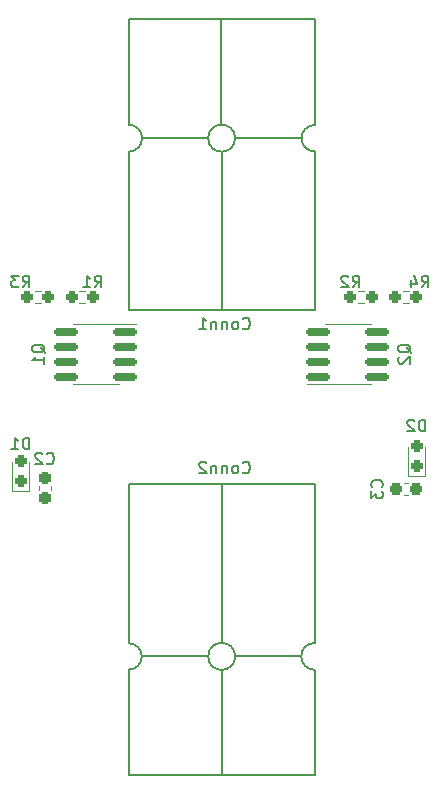
<source format=gbo>
G04 #@! TF.GenerationSoftware,KiCad,Pcbnew,(6.0.7)*
G04 #@! TF.CreationDate,2023-03-21T01:22:40-05:00*
G04 #@! TF.ProjectId,RoveSoMoCo,526f7665-536f-44d6-9f43-6f2e6b696361,rev?*
G04 #@! TF.SameCoordinates,Original*
G04 #@! TF.FileFunction,Legend,Bot*
G04 #@! TF.FilePolarity,Positive*
%FSLAX46Y46*%
G04 Gerber Fmt 4.6, Leading zero omitted, Abs format (unit mm)*
G04 Created by KiCad (PCBNEW (6.0.7)) date 2023-03-21 01:22:40*
%MOMM*%
%LPD*%
G01*
G04 APERTURE LIST*
G04 Aperture macros list*
%AMRoundRect*
0 Rectangle with rounded corners*
0 $1 Rounding radius*
0 $2 $3 $4 $5 $6 $7 $8 $9 X,Y pos of 4 corners*
0 Add a 4 corners polygon primitive as box body*
4,1,4,$2,$3,$4,$5,$6,$7,$8,$9,$2,$3,0*
0 Add four circle primitives for the rounded corners*
1,1,$1+$1,$2,$3*
1,1,$1+$1,$4,$5*
1,1,$1+$1,$6,$7*
1,1,$1+$1,$8,$9*
0 Add four rect primitives between the rounded corners*
20,1,$1+$1,$2,$3,$4,$5,0*
20,1,$1+$1,$4,$5,$6,$7,0*
20,1,$1+$1,$6,$7,$8,$9,0*
20,1,$1+$1,$8,$9,$2,$3,0*%
G04 Aperture macros list end*
%ADD10C,0.150000*%
%ADD11C,0.120000*%
%ADD12C,2.946400*%
%ADD13C,1.524000*%
%ADD14R,1.600000X1.600000*%
%ADD15C,1.600000*%
%ADD16RoundRect,0.237500X0.250000X0.237500X-0.250000X0.237500X-0.250000X-0.237500X0.250000X-0.237500X0*%
%ADD17RoundRect,0.237500X0.300000X0.237500X-0.300000X0.237500X-0.300000X-0.237500X0.300000X-0.237500X0*%
%ADD18RoundRect,0.237500X0.237500X-0.300000X0.237500X0.300000X-0.237500X0.300000X-0.237500X-0.300000X0*%
%ADD19RoundRect,0.150000X0.825000X0.150000X-0.825000X0.150000X-0.825000X-0.150000X0.825000X-0.150000X0*%
%ADD20RoundRect,0.237500X0.237500X-0.287500X0.237500X0.287500X-0.237500X0.287500X-0.237500X-0.287500X0*%
%ADD21O,5.100000X3.000000*%
%ADD22RoundRect,0.150000X-0.825000X-0.150000X0.825000X-0.150000X0.825000X0.150000X-0.825000X0.150000X0*%
G04 APERTURE END LIST*
D10*
X111164666Y-51760380D02*
X111498000Y-51284190D01*
X111736095Y-51760380D02*
X111736095Y-50760380D01*
X111355142Y-50760380D01*
X111259904Y-50808000D01*
X111212285Y-50855619D01*
X111164666Y-50950857D01*
X111164666Y-51093714D01*
X111212285Y-51188952D01*
X111259904Y-51236571D01*
X111355142Y-51284190D01*
X111736095Y-51284190D01*
X110307523Y-51093714D02*
X110307523Y-51760380D01*
X110545619Y-50712761D02*
X110783714Y-51427047D01*
X110164666Y-51427047D01*
X77382666Y-51760380D02*
X77716000Y-51284190D01*
X77954095Y-51760380D02*
X77954095Y-50760380D01*
X77573142Y-50760380D01*
X77477904Y-50808000D01*
X77430285Y-50855619D01*
X77382666Y-50950857D01*
X77382666Y-51093714D01*
X77430285Y-51188952D01*
X77477904Y-51236571D01*
X77573142Y-51284190D01*
X77954095Y-51284190D01*
X77049333Y-50760380D02*
X76430285Y-50760380D01*
X76763619Y-51141333D01*
X76620761Y-51141333D01*
X76525523Y-51188952D01*
X76477904Y-51236571D01*
X76430285Y-51331809D01*
X76430285Y-51569904D01*
X76477904Y-51665142D01*
X76525523Y-51712761D01*
X76620761Y-51760380D01*
X76906476Y-51760380D01*
X77001714Y-51712761D01*
X77049333Y-51665142D01*
X107799142Y-68667333D02*
X107846761Y-68619714D01*
X107894380Y-68476857D01*
X107894380Y-68381619D01*
X107846761Y-68238761D01*
X107751523Y-68143523D01*
X107656285Y-68095904D01*
X107465809Y-68048285D01*
X107322952Y-68048285D01*
X107132476Y-68095904D01*
X107037238Y-68143523D01*
X106942000Y-68238761D01*
X106894380Y-68381619D01*
X106894380Y-68476857D01*
X106942000Y-68619714D01*
X106989619Y-68667333D01*
X106894380Y-69000666D02*
X106894380Y-69619714D01*
X107275333Y-69286380D01*
X107275333Y-69429238D01*
X107322952Y-69524476D01*
X107370571Y-69572095D01*
X107465809Y-69619714D01*
X107703904Y-69619714D01*
X107799142Y-69572095D01*
X107846761Y-69524476D01*
X107894380Y-69429238D01*
X107894380Y-69143523D01*
X107846761Y-69048285D01*
X107799142Y-69000666D01*
X79414666Y-66651142D02*
X79462285Y-66698761D01*
X79605142Y-66746380D01*
X79700380Y-66746380D01*
X79843238Y-66698761D01*
X79938476Y-66603523D01*
X79986095Y-66508285D01*
X80033714Y-66317809D01*
X80033714Y-66174952D01*
X79986095Y-65984476D01*
X79938476Y-65889238D01*
X79843238Y-65794000D01*
X79700380Y-65746380D01*
X79605142Y-65746380D01*
X79462285Y-65794000D01*
X79414666Y-65841619D01*
X79033714Y-65841619D02*
X78986095Y-65794000D01*
X78890857Y-65746380D01*
X78652761Y-65746380D01*
X78557523Y-65794000D01*
X78509904Y-65841619D01*
X78462285Y-65936857D01*
X78462285Y-66032095D01*
X78509904Y-66174952D01*
X79081333Y-66746380D01*
X78462285Y-66746380D01*
X105322666Y-51760380D02*
X105656000Y-51284190D01*
X105894095Y-51760380D02*
X105894095Y-50760380D01*
X105513142Y-50760380D01*
X105417904Y-50808000D01*
X105370285Y-50855619D01*
X105322666Y-50950857D01*
X105322666Y-51093714D01*
X105370285Y-51188952D01*
X105417904Y-51236571D01*
X105513142Y-51284190D01*
X105894095Y-51284190D01*
X104941714Y-50855619D02*
X104894095Y-50808000D01*
X104798857Y-50760380D01*
X104560761Y-50760380D01*
X104465523Y-50808000D01*
X104417904Y-50855619D01*
X104370285Y-50950857D01*
X104370285Y-51046095D01*
X104417904Y-51188952D01*
X104989333Y-51760380D01*
X104370285Y-51760380D01*
X79287619Y-57308761D02*
X79240000Y-57213523D01*
X79144761Y-57118285D01*
X79001904Y-56975428D01*
X78954285Y-56880190D01*
X78954285Y-56784952D01*
X79192380Y-56832571D02*
X79144761Y-56737333D01*
X79049523Y-56642095D01*
X78859047Y-56594476D01*
X78525714Y-56594476D01*
X78335238Y-56642095D01*
X78240000Y-56737333D01*
X78192380Y-56832571D01*
X78192380Y-57023047D01*
X78240000Y-57118285D01*
X78335238Y-57213523D01*
X78525714Y-57261142D01*
X78859047Y-57261142D01*
X79049523Y-57213523D01*
X79144761Y-57118285D01*
X79192380Y-57023047D01*
X79192380Y-56832571D01*
X79192380Y-58213523D02*
X79192380Y-57642095D01*
X79192380Y-57927809D02*
X78192380Y-57927809D01*
X78335238Y-57832571D01*
X78430476Y-57737333D01*
X78478095Y-57642095D01*
X83478666Y-51760380D02*
X83812000Y-51284190D01*
X84050095Y-51760380D02*
X84050095Y-50760380D01*
X83669142Y-50760380D01*
X83573904Y-50808000D01*
X83526285Y-50855619D01*
X83478666Y-50950857D01*
X83478666Y-51093714D01*
X83526285Y-51188952D01*
X83573904Y-51236571D01*
X83669142Y-51284190D01*
X84050095Y-51284190D01*
X82526285Y-51760380D02*
X83097714Y-51760380D01*
X82812000Y-51760380D02*
X82812000Y-50760380D01*
X82907238Y-50903238D01*
X83002476Y-50998476D01*
X83097714Y-51046095D01*
X111482095Y-63952380D02*
X111482095Y-62952380D01*
X111244000Y-62952380D01*
X111101142Y-63000000D01*
X111005904Y-63095238D01*
X110958285Y-63190476D01*
X110910666Y-63380952D01*
X110910666Y-63523809D01*
X110958285Y-63714285D01*
X111005904Y-63809523D01*
X111101142Y-63904761D01*
X111244000Y-63952380D01*
X111482095Y-63952380D01*
X110529714Y-63047619D02*
X110482095Y-63000000D01*
X110386857Y-62952380D01*
X110148761Y-62952380D01*
X110053523Y-63000000D01*
X110005904Y-63047619D01*
X109958285Y-63142857D01*
X109958285Y-63238095D01*
X110005904Y-63380952D01*
X110577333Y-63952380D01*
X109958285Y-63952380D01*
X96011809Y-67413142D02*
X96059428Y-67460761D01*
X96202285Y-67508380D01*
X96297523Y-67508380D01*
X96440380Y-67460761D01*
X96535619Y-67365523D01*
X96583238Y-67270285D01*
X96630857Y-67079809D01*
X96630857Y-66936952D01*
X96583238Y-66746476D01*
X96535619Y-66651238D01*
X96440380Y-66556000D01*
X96297523Y-66508380D01*
X96202285Y-66508380D01*
X96059428Y-66556000D01*
X96011809Y-66603619D01*
X95440380Y-67508380D02*
X95535619Y-67460761D01*
X95583238Y-67413142D01*
X95630857Y-67317904D01*
X95630857Y-67032190D01*
X95583238Y-66936952D01*
X95535619Y-66889333D01*
X95440380Y-66841714D01*
X95297523Y-66841714D01*
X95202285Y-66889333D01*
X95154666Y-66936952D01*
X95107047Y-67032190D01*
X95107047Y-67317904D01*
X95154666Y-67413142D01*
X95202285Y-67460761D01*
X95297523Y-67508380D01*
X95440380Y-67508380D01*
X94678476Y-66841714D02*
X94678476Y-67508380D01*
X94678476Y-66936952D02*
X94630857Y-66889333D01*
X94535619Y-66841714D01*
X94392761Y-66841714D01*
X94297523Y-66889333D01*
X94249904Y-66984571D01*
X94249904Y-67508380D01*
X93773714Y-66841714D02*
X93773714Y-67508380D01*
X93773714Y-66936952D02*
X93726095Y-66889333D01*
X93630857Y-66841714D01*
X93488000Y-66841714D01*
X93392761Y-66889333D01*
X93345142Y-66984571D01*
X93345142Y-67508380D01*
X92916571Y-66603619D02*
X92868952Y-66556000D01*
X92773714Y-66508380D01*
X92535619Y-66508380D01*
X92440380Y-66556000D01*
X92392761Y-66603619D01*
X92345142Y-66698857D01*
X92345142Y-66794095D01*
X92392761Y-66936952D01*
X92964190Y-67508380D01*
X92345142Y-67508380D01*
X110275619Y-57308761D02*
X110228000Y-57213523D01*
X110132761Y-57118285D01*
X109989904Y-56975428D01*
X109942285Y-56880190D01*
X109942285Y-56784952D01*
X110180380Y-56832571D02*
X110132761Y-56737333D01*
X110037523Y-56642095D01*
X109847047Y-56594476D01*
X109513714Y-56594476D01*
X109323238Y-56642095D01*
X109228000Y-56737333D01*
X109180380Y-56832571D01*
X109180380Y-57023047D01*
X109228000Y-57118285D01*
X109323238Y-57213523D01*
X109513714Y-57261142D01*
X109847047Y-57261142D01*
X110037523Y-57213523D01*
X110132761Y-57118285D01*
X110180380Y-57023047D01*
X110180380Y-56832571D01*
X109275619Y-57642095D02*
X109228000Y-57689714D01*
X109180380Y-57784952D01*
X109180380Y-58023047D01*
X109228000Y-58118285D01*
X109275619Y-58165904D01*
X109370857Y-58213523D01*
X109466095Y-58213523D01*
X109608952Y-58165904D01*
X110180380Y-57594476D01*
X110180380Y-58213523D01*
X77954095Y-65476380D02*
X77954095Y-64476380D01*
X77716000Y-64476380D01*
X77573142Y-64524000D01*
X77477904Y-64619238D01*
X77430285Y-64714476D01*
X77382666Y-64904952D01*
X77382666Y-65047809D01*
X77430285Y-65238285D01*
X77477904Y-65333523D01*
X77573142Y-65428761D01*
X77716000Y-65476380D01*
X77954095Y-65476380D01*
X76430285Y-65476380D02*
X77001714Y-65476380D01*
X76716000Y-65476380D02*
X76716000Y-64476380D01*
X76811238Y-64619238D01*
X76906476Y-64714476D01*
X77001714Y-64762095D01*
X96011809Y-55221142D02*
X96059428Y-55268761D01*
X96202285Y-55316380D01*
X96297523Y-55316380D01*
X96440380Y-55268761D01*
X96535619Y-55173523D01*
X96583238Y-55078285D01*
X96630857Y-54887809D01*
X96630857Y-54744952D01*
X96583238Y-54554476D01*
X96535619Y-54459238D01*
X96440380Y-54364000D01*
X96297523Y-54316380D01*
X96202285Y-54316380D01*
X96059428Y-54364000D01*
X96011809Y-54411619D01*
X95440380Y-55316380D02*
X95535619Y-55268761D01*
X95583238Y-55221142D01*
X95630857Y-55125904D01*
X95630857Y-54840190D01*
X95583238Y-54744952D01*
X95535619Y-54697333D01*
X95440380Y-54649714D01*
X95297523Y-54649714D01*
X95202285Y-54697333D01*
X95154666Y-54744952D01*
X95107047Y-54840190D01*
X95107047Y-55125904D01*
X95154666Y-55221142D01*
X95202285Y-55268761D01*
X95297523Y-55316380D01*
X95440380Y-55316380D01*
X94678476Y-54649714D02*
X94678476Y-55316380D01*
X94678476Y-54744952D02*
X94630857Y-54697333D01*
X94535619Y-54649714D01*
X94392761Y-54649714D01*
X94297523Y-54697333D01*
X94249904Y-54792571D01*
X94249904Y-55316380D01*
X93773714Y-54649714D02*
X93773714Y-55316380D01*
X93773714Y-54744952D02*
X93726095Y-54697333D01*
X93630857Y-54649714D01*
X93488000Y-54649714D01*
X93392761Y-54697333D01*
X93345142Y-54792571D01*
X93345142Y-55316380D01*
X92345142Y-55316380D02*
X92916571Y-55316380D01*
X92630857Y-55316380D02*
X92630857Y-54316380D01*
X92726095Y-54459238D01*
X92821333Y-54554476D01*
X92916571Y-54602095D01*
D11*
X110063724Y-52055500D02*
X109554276Y-52055500D01*
X110063724Y-53100500D02*
X109554276Y-53100500D01*
X78908974Y-53100500D02*
X78399526Y-53100500D01*
X78908974Y-52055500D02*
X78399526Y-52055500D01*
X110001267Y-68324000D02*
X109708733Y-68324000D01*
X110001267Y-69344000D02*
X109708733Y-69344000D01*
X78738000Y-68879767D02*
X78738000Y-68587233D01*
X79758000Y-68879767D02*
X79758000Y-68587233D01*
X106276224Y-53100500D02*
X105766776Y-53100500D01*
X106276224Y-52055500D02*
X105766776Y-52055500D01*
X83566000Y-54844000D02*
X87016000Y-54844000D01*
X83566000Y-59964000D02*
X85516000Y-59964000D01*
X83566000Y-59964000D02*
X81616000Y-59964000D01*
X83566000Y-54844000D02*
X81616000Y-54844000D01*
X82696474Y-52055500D02*
X82187026Y-52055500D01*
X82696474Y-53100500D02*
X82187026Y-53100500D01*
X111479000Y-67700000D02*
X110009000Y-67700000D01*
X111479000Y-65240000D02*
X111479000Y-67700000D01*
X110009000Y-67700000D02*
X110009000Y-65240000D01*
D10*
X96520000Y-82995800D02*
X95377000Y-82995800D01*
X86360000Y-85281800D02*
X86360000Y-93028800D01*
X96520000Y-82995800D02*
X99796600Y-82995800D01*
X102108000Y-84138800D02*
X102108000Y-85358000D01*
X102108000Y-93028800D02*
X102108000Y-85281800D01*
X94259400Y-93028800D02*
X94259400Y-84138800D01*
X88671400Y-82995800D02*
X87503000Y-82995800D01*
X94234000Y-80709800D02*
X94234000Y-68416200D01*
X86360000Y-80684400D02*
X86360000Y-81878200D01*
X102108000Y-93054200D02*
X86360000Y-93054200D01*
X102108000Y-80709800D02*
X102108000Y-68416200D01*
X86360000Y-80709800D02*
X86360000Y-68416200D01*
X102108000Y-80735200D02*
X102108000Y-81827400D01*
X100965000Y-82995800D02*
X99796600Y-82995800D01*
X94234000Y-80709800D02*
X94234000Y-81852800D01*
X86360000Y-85307200D02*
X86360000Y-84138800D01*
X91948000Y-82995800D02*
X88646000Y-82995800D01*
X102108000Y-68416200D02*
X86360000Y-68416200D01*
X91948000Y-82995800D02*
X93091000Y-82995800D01*
X100965000Y-82995800D02*
G75*
G03*
X102108000Y-84138800I1143000J0D01*
G01*
X86360000Y-84113400D02*
G75*
G03*
X87477600Y-82995800I2J1117598D01*
G01*
X102108000Y-81852800D02*
G75*
G03*
X100965000Y-82995800I0J-1143000D01*
G01*
X87477600Y-82995800D02*
G75*
G03*
X86360000Y-81878200I-1117598J2D01*
G01*
X95377000Y-82995800D02*
G75*
G03*
X95377000Y-82995800I-1143000J0D01*
G01*
D11*
X104902000Y-54844000D02*
X102952000Y-54844000D01*
X104902000Y-54844000D02*
X106852000Y-54844000D01*
X104902000Y-59964000D02*
X101452000Y-59964000D01*
X104902000Y-59964000D02*
X106852000Y-59964000D01*
X76481000Y-68970000D02*
X76481000Y-66510000D01*
X77951000Y-66510000D02*
X77951000Y-68970000D01*
X77951000Y-68970000D02*
X76481000Y-68970000D01*
D10*
X102108000Y-41433800D02*
X102108000Y-40240000D01*
X99796600Y-39122400D02*
X100965000Y-39122400D01*
X94234000Y-41408400D02*
X94234000Y-40265400D01*
X102108000Y-36836400D02*
X102108000Y-29089400D01*
X86360000Y-41408400D02*
X86360000Y-53702000D01*
X86360000Y-29089400D02*
X86360000Y-36836400D01*
X86360000Y-37979400D02*
X86360000Y-36760200D01*
X94208600Y-29089400D02*
X94208600Y-37979400D01*
X91948000Y-39122400D02*
X93091000Y-39122400D01*
X86360000Y-29064000D02*
X102108000Y-29064000D01*
X96520000Y-39122400D02*
X95377000Y-39122400D01*
X94234000Y-41408400D02*
X94234000Y-53702000D01*
X86360000Y-41383000D02*
X86360000Y-40290800D01*
X96520000Y-39122400D02*
X99822000Y-39122400D01*
X91948000Y-39122400D02*
X88671400Y-39122400D01*
X86360000Y-53702000D02*
X102108000Y-53702000D01*
X87503000Y-39122400D02*
X88671400Y-39122400D01*
X102108000Y-36811000D02*
X102108000Y-37979400D01*
X102108000Y-41408400D02*
X102108000Y-53702000D01*
X87503000Y-39122400D02*
G75*
G03*
X86360000Y-37979400I-1143000J0D01*
G01*
X86360000Y-40265400D02*
G75*
G03*
X87503000Y-39122400I0J1143000D01*
G01*
X102108000Y-38004800D02*
G75*
G03*
X100990400Y-39122400I-2J-1117598D01*
G01*
X100990400Y-39122400D02*
G75*
G03*
X102108000Y-40240000I1117598J-2D01*
G01*
X95377000Y-39122400D02*
G75*
G03*
X95377000Y-39122400I-1143000J0D01*
G01*
%LPC*%
D12*
X108148120Y-47197140D03*
X80212060Y-75128120D03*
D13*
X100584000Y-51308000D03*
X100584000Y-48768000D03*
X100584000Y-46228000D03*
D14*
X98044000Y-69429621D03*
D15*
X98044000Y-71929621D03*
D12*
X80212060Y-47197140D03*
X108148120Y-75128120D03*
D14*
X90424000Y-69429621D03*
D15*
X90424000Y-71929621D03*
D16*
X110721500Y-52578000D03*
X108896500Y-52578000D03*
X79566750Y-52578000D03*
X77741750Y-52578000D03*
D17*
X110717500Y-68834000D03*
X108992500Y-68834000D03*
D18*
X79248000Y-69596000D03*
X79248000Y-67871000D03*
D16*
X106934000Y-52578000D03*
X105109000Y-52578000D03*
D19*
X86041000Y-55499000D03*
X86041000Y-56769000D03*
X86041000Y-58039000D03*
X86041000Y-59309000D03*
X81091000Y-59309000D03*
X81091000Y-58039000D03*
X81091000Y-56769000D03*
X81091000Y-55499000D03*
D16*
X83354250Y-52578000D03*
X81529250Y-52578000D03*
D20*
X110744000Y-66915000D03*
X110744000Y-65165000D03*
D21*
X98171000Y-64834800D03*
X90297000Y-64834800D03*
D22*
X102427000Y-59309000D03*
X102427000Y-58039000D03*
X102427000Y-56769000D03*
X102427000Y-55499000D03*
X107377000Y-55499000D03*
X107377000Y-56769000D03*
X107377000Y-58039000D03*
X107377000Y-59309000D03*
D20*
X77216000Y-68185000D03*
X77216000Y-66435000D03*
D21*
X90297000Y-57283400D03*
X98171000Y-57283400D03*
M02*

</source>
